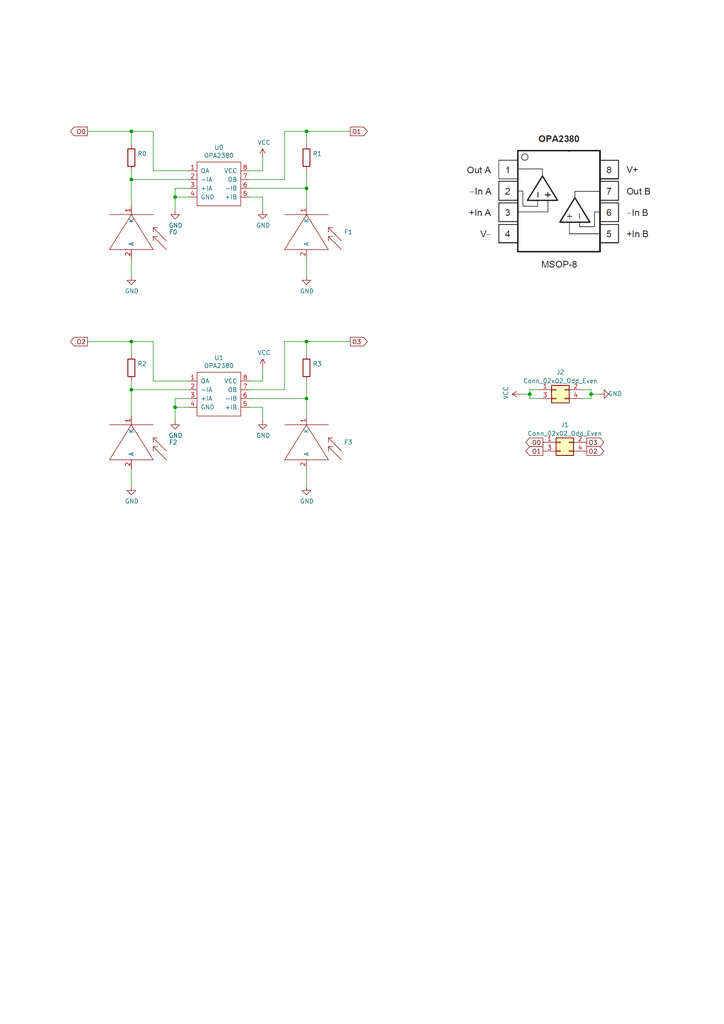
<source format=kicad_sch>
(kicad_sch (version 20230121) (generator eeschema)
  (paper "A4" portrait)
  (title_block (title "Helios - Circuito Sensorizado") (date "2022-07-25") (rev "1") (comment 1 "R = 2M") (comment 2 "VCC: 5V") (comment 3 "O0, O1, O2, O3: Salidas fotodiodos") (comment 4 "Autor: Jaime Bravo Algaba"))
  (lib_symbols
    (symbol "Connector_Generic:Conn_02x02_Odd_Even" (pin_names (offset 1.016) hide)
      (property "Reference" "J" (at 1.27 2.54 0))
      (property "Value" "Conn_02x02_Odd_Even" (at 1.27 -5.08 0))
      (symbol "Conn_02x02_Odd_Even_1_1"
        (rectangle (start -1.27 -2.413) (end 0 -2.667) (stroke (width 0.1524)))
        (rectangle (start -1.27 0.127) (end 0 -0.127) (stroke (width 0.1524)))
        (rectangle (start -1.27 1.27) (end 3.81 -3.81) (stroke (width 0.254)) (fill (type background)))
        (rectangle (start 3.81 -2.413) (end 2.54 -2.667) (stroke (width 0.1524)))
        (rectangle (start 3.81 0.127) (end 2.54 -0.127) (stroke (width 0.1524)))
        (pin passive line (at -5.08 0 0) (length 3.81) (name "Pin_1") (number "1"))
        (pin passive line (at 7.62 0 180) (length 3.81) (name "Pin_2") (number "2"))
        (pin passive line (at -5.08 -2.54 0) (length 3.81) (name "Pin_3") (number "3"))
        (pin passive line (at 7.62 -2.54 180) (length 3.81) (name "Pin_4") (number "4"))
      )
    )
    (symbol "Device:R" (pin_numbers hide) (pin_names (offset 0))
      (property "Reference" "R" (at 2.032 0 90))
      (property "Value" "R" (at 0 0 90))
      (symbol "R_0_1"
        (rectangle (start -1.016 -2.54) (end 1.016 2.54) (stroke (width 0.254)))
      )
      (symbol "R_1_1"
        (pin passive line (at 0 3.81 270) (length 1.27) (name "~") (number "1"))
        (pin passive line (at 0 -3.81 90) (length 1.27) (name "~") (number "2"))
      )
    )
    (symbol "Helios:OPA2380" (pin_names (offset 1.016))
      (property "Reference" "U" (at 0 0 0))
      (property "Value" "OPA2380" (at 0 7.62 0))
      (symbol "OPA2380_0_1"
        (rectangle (start -6.35 -6.35) (end 6.35 6.35))
      )
      (symbol "OPA2380_1_1"
        (pin output line (at -8.89 3.81 0) (length 2.54) (name "OA") (number "1"))
        (pin input line (at -8.89 1.27 0) (length 2.54) (name "-IA") (number "2"))
        (pin input line (at -8.89 -1.27 0) (length 2.54) (name "+IA") (number "3"))
        (pin power_out line (at -8.89 -3.81 0) (length 2.54) (name "GND") (number "4"))
        (pin input line (at 8.89 -3.81 180) (length 2.54) (name "+IB") (number "5"))
        (pin input line (at 8.89 -1.27 180) (length 2.54) (name "-IB") (number "6"))
        (pin output line (at 8.89 1.27 180) (length 2.54) (name "OB") (number "7"))
        (pin power_in line (at 8.89 3.81 180) (length 2.54) (name "VCC") (number "8"))
      )
    )
    (symbol "Helios:SFH2704" (pin_names (offset 1.016))
      (property "Reference" "F" (at 0 0 0))
      (property "Value" "SFH2704" (at 0 12.7 0))
      (symbol "SFH2704_0_1"
        (polyline (pts (xy -5.08 6.35) (xy -5.08 -6.35)))
        (polyline (pts (xy -1.27 6.35) (xy 0 6.35)))
        (polyline (pts (xy 1.27 6.35) (xy 5.08 10.16)))
        (polyline (pts (xy 1.27 7.62) (xy 1.27 6.35) (xy 2.54 6.35)))
        (polyline (pts (xy -5.08 0) (xy 5.08 6.35) (xy 5.08 -6.35) (xy -5.08 0)))
        (polyline (pts (xy 2.54 10.16) (xy -1.27 6.35) (xy -1.27 7.62) (xy -1.27 6.35)))
      )
      (symbol "SFH2704_1_1"
        (pin output line (at -7.62 0 0) (length 2.54) (name "K") (number "1"))
        (pin input line (at 7.62 0 180) (length 2.54) (name "A") (number "2"))
      )
    )
    (symbol "power:GND" (power) (pin_names (offset 0))
      (property "Value" "GND" (at 0 -3.81 0))
      (symbol "GND_0_1"
        (polyline (pts (xy 0 0) (xy 0 -1.27) (xy 1.27 -1.27) (xy 0 -2.54) (xy -1.27 -1.27) (xy 0 -1.27)))
      )
      (symbol "GND_1_1"
        (pin power_in line (at 0 0 270) (length 0) hide (name "GND") (number "1"))
      )
    )
    (symbol "power:VCC" (power) (pin_names (offset 0))
      (property "Value" "VCC" (at 0 3.81 0))
      (symbol "VCC_0_1"
        (polyline (pts (xy -0.762 1.27) (xy 0 2.54)))
        (polyline (pts (xy 0 0) (xy 0 2.54)))
        (polyline (pts (xy 0 2.54) (xy 0.762 1.27)))
      )
      (symbol "VCC_1_1"
        (pin power_in line (at 0 0 90) (length 0) hide (name "VCC") (number "1"))
      )
    )
  )
  (junction (at 88.9 99.06))
  (junction (at 38.1 113.03))
  (junction (at 153.67 114.3))
  (junction (at 171.45 114.3))
  (junction (at 38.1 99.06))
  (junction (at 88.9 54.61))
  (junction (at 50.8 57.15))
  (junction (at 88.9 38.1))
  (junction (at 38.1 52.07))
  (junction (at 88.9 115.57))
  (junction (at 38.1 38.1))
  (junction (at 50.8 118.11))
  (wire (pts (xy 54.61 57.15) (xy 50.8 57.15)))
  (wire (pts (xy 88.9 115.57) (xy 88.9 120.65)))
  (wire (pts (xy 82.55 99.06) (xy 82.55 113.03)))
  (wire (pts (xy 171.45 115.57) (xy 171.45 114.3)))
  (wire (pts (xy 38.1 38.1) (xy 44.45 38.1)))
  (wire (pts (xy 151.13 114.3) (xy 153.67 114.3)))
  (wire (pts (xy 54.61 54.61) (xy 50.8 54.61)))
  (wire (pts (xy 54.61 52.07) (xy 38.1 52.07)))
  (wire (pts (xy 171.45 113.03) (xy 171.45 114.3)))
  (wire (pts (xy 76.2 121.92) (xy 76.2 118.11)))
  (wire (pts (xy 54.61 118.11) (xy 50.8 118.11)))
  (wire (pts (xy 54.61 115.57) (xy 50.8 115.57)))
  (wire (pts (xy 88.9 102.87) (xy 88.9 99.06)))
  (wire (pts (xy 88.9 135.89) (xy 88.9 140.97)))
  (wire (pts (xy 38.1 49.53) (xy 38.1 52.07)))
  (wire (pts (xy 44.45 38.1) (xy 44.45 49.53)))
  (wire (pts (xy 25.4 38.1) (xy 38.1 38.1)))
  (wire (pts (xy 76.2 118.11) (xy 72.39 118.11)))
  (wire (pts (xy 50.8 115.57) (xy 50.8 118.11)))
  (wire (pts (xy 153.67 114.3) (xy 153.67 115.57)))
  (wire (pts (xy 38.1 41.91) (xy 38.1 38.1)))
  (wire (pts (xy 76.2 57.15) (xy 72.39 57.15)))
  (wire (pts (xy 44.45 49.53) (xy 54.61 49.53)))
  (wire (pts (xy 50.8 54.61) (xy 50.8 57.15)))
  (wire (pts (xy 82.55 113.03) (xy 72.39 113.03)))
  (wire (pts (xy 101.6 99.06) (xy 88.9 99.06)))
  (wire (pts (xy 173.99 114.3) (xy 171.45 114.3)))
  (wire (pts (xy 72.39 115.57) (xy 88.9 115.57)))
  (wire (pts (xy 153.67 115.57) (xy 156.21 115.57)))
  (wire (pts (xy 38.1 102.87) (xy 38.1 99.06)))
  (wire (pts (xy 38.1 110.49) (xy 38.1 113.03)))
  (wire (pts (xy 50.8 118.11) (xy 50.8 121.92)))
  (wire (pts (xy 88.9 115.57) (xy 88.9 110.49)))
  (wire (pts (xy 38.1 135.89) (xy 38.1 140.97)))
  (wire (pts (xy 72.39 49.53) (xy 76.2 49.53)))
  (wire (pts (xy 168.91 115.57) (xy 171.45 115.57)))
  (wire (pts (xy 88.9 54.61) (xy 88.9 49.53)))
  (wire (pts (xy 168.91 113.03) (xy 171.45 113.03)))
  (wire (pts (xy 76.2 110.49) (xy 76.2 106.68)))
  (wire (pts (xy 44.45 110.49) (xy 54.61 110.49)))
  (wire (pts (xy 38.1 52.07) (xy 38.1 59.69)))
  (wire (pts (xy 50.8 57.15) (xy 50.8 60.96)))
  (wire (pts (xy 38.1 74.93) (xy 38.1 80.01)))
  (wire (pts (xy 101.6 38.1) (xy 88.9 38.1)))
  (wire (pts (xy 82.55 52.07) (xy 72.39 52.07)))
  (wire (pts (xy 153.67 113.03) (xy 156.21 113.03)))
  (wire (pts (xy 38.1 99.06) (xy 44.45 99.06)))
  (wire (pts (xy 88.9 74.93) (xy 88.9 80.01)))
  (wire (pts (xy 54.61 113.03) (xy 38.1 113.03)))
  (wire (pts (xy 88.9 41.91) (xy 88.9 38.1)))
  (wire (pts (xy 72.39 54.61) (xy 88.9 54.61)))
  (wire (pts (xy 153.67 114.3) (xy 153.67 113.03)))
  (wire (pts (xy 76.2 49.53) (xy 76.2 45.72)))
  (wire (pts (xy 72.39 110.49) (xy 76.2 110.49)))
  (wire (pts (xy 76.2 60.96) (xy 76.2 57.15)))
  (wire (pts (xy 44.45 99.06) (xy 44.45 110.49)))
  (wire (pts (xy 38.1 113.03) (xy 38.1 120.65)))
  (wire (pts (xy 88.9 99.06) (xy 82.55 99.06)))
  (wire (pts (xy 88.9 38.1) (xy 82.55 38.1)))
  (wire (pts (xy 82.55 38.1) (xy 82.55 52.07)))
  (wire (pts (xy 25.4 99.06) (xy 38.1 99.06)))
  (wire (pts (xy 88.9 54.61) (xy 88.9 59.69)))
  (image (at 162.56 58.42))
  (global_label "O0" (shape output) (at 157.48 128.27 180) (property "Intersheetrefs" "${INTERSHEET_REFS}" (effects hide)))
  (global_label "O2" (shape output) (at 25.4 99.06 180) (property "Intersheetrefs" "${INTERSHEET_REFS}" (effects hide)))
  (global_label "O1" (shape output) (at 101.6 38.1 0) (property "Intersheetrefs" "${INTERSHEET_REFS}" (effects hide)))
  (global_label "O1" (shape output) (at 157.48 130.81 180) (property "Intersheetrefs" "${INTERSHEET_REFS}" (effects hide)))
  (global_label "O3" (shape output) (at 170.18 128.27 0) (property "Intersheetrefs" "${INTERSHEET_REFS}" (effects hide)))
  (global_label "O2" (shape output) (at 170.18 130.81 0) (property "Intersheetrefs" "${INTERSHEET_REFS}" (effects hide)))
  (global_label "O0" (shape output) (at 25.4 38.1 180) (property "Intersheetrefs" "${INTERSHEET_REFS}" (effects hide)))
  (global_label "O3" (shape output) (at 101.6 99.06 0) (property "Intersheetrefs" "${INTERSHEET_REFS}" (effects hide)))
  (symbol (lib_id "Helios:SFH2704") (at 88.9 67.31 270) (unit 1)
    (property "Reference" "F1" (at 99.7712 67.31 90) (effects (justify left)))
    (property "Value" "SFH2704" (effects hide))
    (property "Footprint" "Helios:SFH2704_Photodiode" (effects hide))
    (property "Datasheet" "$(KICAD_DATASHEET_DIR)/SFH 2704_Photodiode.pdf" (effects hide))
  )
  (symbol (lib_id "Helios:OPA2380") (at 63.5 53.34 0) (unit 1)
    (property "Reference" "U0" (at 63.5 42.799 0))
    (property "Value" "OPA2380" (at 63.5 45.1104 0))
    (property "Footprint" "Helios:OPA2380" (effects hide))
    (property "Datasheet" "$(KICAD_DATASHEET_DIR)/opa2380.pdf" (effects hide))
  )
  (symbol (lib_id "power:VCC") (at 76.2 45.72 0) (unit 1)
    (property "Reference" "#PWR0106" (effects hide))
    (property "Value" "VCC" (at 76.581 41.3258 0))
  )
  (symbol (lib_id "power:GND") (at 50.8 60.96 0) (unit 1)
    (property "Reference" "#PWR0107" (effects hide))
    (property "Value" "GND" (at 50.927 65.3542 0))
  )
  (symbol (lib_id "power:GND") (at 76.2 60.96 0) (unit 1)
    (property "Reference" "#PWR0108" (effects hide))
    (property "Value" "GND" (at 76.327 65.3542 0))
  )
  (symbol (lib_id "power:GND") (at 88.9 80.01 0) (unit 1)
    (property "Reference" "#PWR0109" (effects hide))
    (property "Value" "GND" (at 89.027 84.4042 0))
  )
  (symbol (lib_id "power:GND") (at 38.1 80.01 0) (unit 1)
    (property "Reference" "#PWR0110" (effects hide))
    (property "Value" "GND" (at 38.227 84.4042 0))
  )
  (symbol (lib_id "Device:R") (at 38.1 45.72 0) (unit 1)
    (property "Reference" "R0" (at 39.878 44.5516 0) (effects (justify left)))
    (property "Value" "Rf" (effects hide))
    (property "Footprint" "Helios:RS_0805" (effects hide))
    (property "Datasheet" "$(KICAD_DATASHEET_DIR)/2M2_Resistance.pdf" (effects hide))
  )
  (symbol (lib_id "Device:R") (at 88.9 45.72 0) (unit 1)
    (property "Reference" "R1" (at 90.678 44.5516 0) (effects (justify left)))
    (property "Value" "Rf" (effects hide))
    (property "Footprint" "Helios:RS_0805" (effects hide))
    (property "Datasheet" "$(KICAD_DATASHEET_DIR)/2M2_Resistance.pdf" (effects hide))
  )
  (symbol (lib_id "Helios:SFH2704") (at 38.1 67.31 270) (unit 1)
    (property "Reference" "F0" (at 48.9712 67.31 90) (effects (justify left)))
    (property "Value" "SFH2704" (effects hide))
    (property "Footprint" "Helios:SFH2704_Photodiode" (effects hide))
    (property "Datasheet" "2704_Photodiode.pdf" (effects hide))
  )
  (symbol (lib_id "power:GND") (at 38.1 140.97 0) (unit 1)
    (property "Reference" "#PWR0104" (effects hide))
    (property "Value" "GND" (at 38.227 145.3642 0))
  )
  (symbol (lib_id "Helios:OPA2380") (at 63.5 114.3 0) (unit 1)
    (property "Reference" "U1" (at 63.5 103.759 0))
    (property "Value" "OPA2380" (at 63.5 106.0704 0))
    (property "Footprint" "Helios:OPA2380" (effects hide))
    (property "Datasheet" "$(KICAD_DATASHEET_DIR)/opa2380.pdf" (effects hide))
  )
  (symbol (lib_id "power:VCC") (at 76.2 106.68 0) (unit 1)
    (property "Reference" "#PWR0102" (effects hide))
    (property "Value" "VCC" (at 76.581 102.2858 0))
  )
  (symbol (lib_id "Device:R") (at 38.1 106.68 0) (unit 1)
    (property "Reference" "R2" (at 39.878 105.5116 0) (effects (justify left)))
    (property "Value" "Rf" (effects hide))
    (property "Footprint" "Helios:RS_0805" (effects hide))
    (property "Datasheet" "$(KICAD_DATASHEET_DIR)/2M2_Resistance.pdf" (effects hide))
  )
  (symbol (lib_id "power:VCC") (at 151.13 114.3 90) (unit 1)
    (property "Reference" "#PWR0111" (effects hide))
    (property "Value" "VCC" (at 146.7358 113.919 0))
  )
  (symbol (lib_id "power:GND") (at 173.99 114.3 90) (unit 1)
    (property "Reference" "#PWR01" (effects hide))
    (property "Value" "GND" (at 178.3842 114.173 90))
  )
  (symbol (lib_id "power:GND") (at 88.9 140.97 0) (unit 1)
    (property "Reference" "#PWR0101" (effects hide))
    (property "Value" "GND" (at 89.027 145.3642 0))
  )
  (symbol (lib_id "Helios:SFH2704") (at 38.1 128.27 270) (unit 1)
    (property "Reference" "F2" (at 48.9712 128.27 90) (effects (justify left)))
    (property "Value" "SFH2704" (effects hide))
    (property "Footprint" "Helios:SFH2704_Photodiode" (effects hide))
    (property "Datasheet" "2704_Photodiode.pdf" (effects hide))
  )
  (symbol (lib_id "power:GND") (at 76.2 121.92 0) (unit 1)
    (property "Reference" "#PWR0103" (effects hide))
    (property "Value" "GND" (at 76.327 126.3142 0))
  )
  (symbol (lib_id "power:GND") (at 50.8 121.92 0) (unit 1)
    (property "Reference" "#PWR0105" (effects hide))
    (property "Value" "GND" (at 50.927 126.3142 0))
  )
  (symbol (lib_id "Helios:SFH2704") (at 88.9 128.27 270) (unit 1)
    (property "Reference" "F3" (at 99.7712 128.27 90) (effects (justify left)))
    (property "Value" "SFH2704" (effects hide))
    (property "Footprint" "Helios:SFH2704_Photodiode" (effects hide))
    (property "Datasheet" "$(KICAD_DATASHEET_DIR)/SFH 2704_Photodiode.pdf" (effects hide))
  )
  (symbol (lib_id "Device:R") (at 88.9 106.68 0) (unit 1)
    (property "Reference" "R3" (at 90.678 105.5116 0) (effects (justify left)))
    (property "Value" "Rf" (effects hide))
    (property "Footprint" "Helios:RS_0805" (effects hide))
    (property "Datasheet" "$(KICAD_DATASHEET_DIR)/2M2_Resistance.pdf" (effects hide))
  )
  (symbol (lib_id "Connector_Generic:Conn_02x02_Odd_Even") (at 161.29 113.03 0) (unit 1)
    (property "Reference" "J2" (at 162.56 107.95 0))
    (property "Value" "Conn_02x02_Odd_Even" (at 162.56 110.49 0))
    (property "Footprint" "Connector_PinHeader_2.54mm:PinHeader_2x02_P2.54mm_Vertical" (effects hide))
  )
  (symbol (lib_id "Connector_Generic:Conn_02x02_Odd_Even") (at 162.56 128.27 0) (unit 1)
    (property "Reference" "J1" (at 163.83 123.19 0))
    (property "Value" "Conn_02x02_Odd_Even" (at 163.83 125.73 0))
    (property "Footprint" "Connector_PinHeader_2.54mm:PinHeader_2x02_P2.54mm_Vertical" (effects hide))
  )
)
</source>
